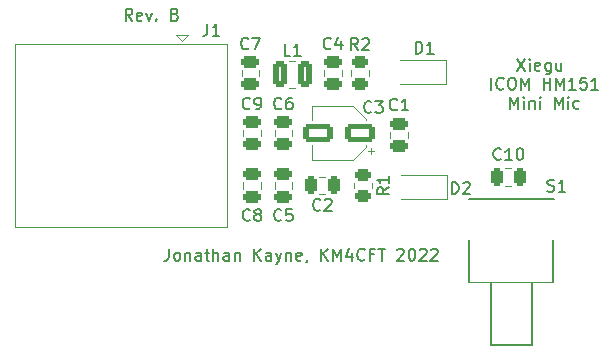
<source format=gto>
G04 #@! TF.GenerationSoftware,KiCad,Pcbnew,6.0.9-8da3e8f707~116~ubuntu22.04.1*
G04 #@! TF.CreationDate,2022-11-15T22:26:04-07:00*
G04 #@! TF.ProjectId,Xiegu MiniMic,58696567-7520-44d6-996e-694d69632e6b,rev?*
G04 #@! TF.SameCoordinates,PX41672a0PY54efc64*
G04 #@! TF.FileFunction,Legend,Top*
G04 #@! TF.FilePolarity,Positive*
%FSLAX46Y46*%
G04 Gerber Fmt 4.6, Leading zero omitted, Abs format (unit mm)*
G04 Created by KiCad (PCBNEW 6.0.9-8da3e8f707~116~ubuntu22.04.1) date 2022-11-15 22:26:04*
%MOMM*%
%LPD*%
G01*
G04 APERTURE LIST*
G04 Aperture macros list*
%AMRoundRect*
0 Rectangle with rounded corners*
0 $1 Rounding radius*
0 $2 $3 $4 $5 $6 $7 $8 $9 X,Y pos of 4 corners*
0 Add a 4 corners polygon primitive as box body*
4,1,4,$2,$3,$4,$5,$6,$7,$8,$9,$2,$3,0*
0 Add four circle primitives for the rounded corners*
1,1,$1+$1,$2,$3*
1,1,$1+$1,$4,$5*
1,1,$1+$1,$6,$7*
1,1,$1+$1,$8,$9*
0 Add four rect primitives between the rounded corners*
20,1,$1+$1,$2,$3,$4,$5,0*
20,1,$1+$1,$4,$5,$6,$7,0*
20,1,$1+$1,$6,$7,$8,$9,0*
20,1,$1+$1,$8,$9,$2,$3,0*%
G04 Aperture macros list end*
%ADD10C,0.150000*%
%ADD11C,0.120000*%
%ADD12C,0.127000*%
%ADD13RoundRect,0.250000X-0.375000X-0.850000X0.375000X-0.850000X0.375000X0.850000X-0.375000X0.850000X0*%
%ADD14RoundRect,0.250000X-0.475000X0.250000X-0.475000X-0.250000X0.475000X-0.250000X0.475000X0.250000X0*%
%ADD15RoundRect,0.250000X0.450000X-0.262500X0.450000X0.262500X-0.450000X0.262500X-0.450000X-0.262500X0*%
%ADD16RoundRect,0.250000X0.250000X0.475000X-0.250000X0.475000X-0.250000X-0.475000X0.250000X-0.475000X0*%
%ADD17RoundRect,0.250000X0.475000X-0.250000X0.475000X0.250000X-0.475000X0.250000X-0.475000X-0.250000X0*%
%ADD18C,1.498000*%
%ADD19C,1.950000*%
%ADD20C,4.400000*%
%ADD21RoundRect,0.250000X-0.250000X-0.475000X0.250000X-0.475000X0.250000X0.475000X-0.250000X0.475000X0*%
%ADD22C,3.200000*%
%ADD23R,1.500000X1.500000*%
%ADD24C,1.500000*%
%ADD25R,0.900000X1.200000*%
%ADD26RoundRect,0.250000X1.050000X0.550000X-1.050000X0.550000X-1.050000X-0.550000X1.050000X-0.550000X0*%
%ADD27C,1.300000*%
G04 APERTURE END LIST*
D10*
X8540952Y22407620D02*
X8207619Y22883810D01*
X7969523Y22407620D02*
X7969523Y23407620D01*
X8350476Y23407620D01*
X8445714Y23360000D01*
X8493333Y23312381D01*
X8540952Y23217143D01*
X8540952Y23074286D01*
X8493333Y22979048D01*
X8445714Y22931429D01*
X8350476Y22883810D01*
X7969523Y22883810D01*
X9350476Y22455239D02*
X9255238Y22407620D01*
X9064761Y22407620D01*
X8969523Y22455239D01*
X8921904Y22550477D01*
X8921904Y22931429D01*
X8969523Y23026667D01*
X9064761Y23074286D01*
X9255238Y23074286D01*
X9350476Y23026667D01*
X9398095Y22931429D01*
X9398095Y22836191D01*
X8921904Y22740953D01*
X9731428Y23074286D02*
X9969523Y22407620D01*
X10207619Y23074286D01*
X10588571Y22502858D02*
X10636190Y22455239D01*
X10588571Y22407620D01*
X10540952Y22455239D01*
X10588571Y22502858D01*
X10588571Y22407620D01*
X12160000Y22931429D02*
X12302857Y22883810D01*
X12350476Y22836191D01*
X12398095Y22740953D01*
X12398095Y22598096D01*
X12350476Y22502858D01*
X12302857Y22455239D01*
X12207619Y22407620D01*
X11826666Y22407620D01*
X11826666Y23407620D01*
X12160000Y23407620D01*
X12255238Y23360000D01*
X12302857Y23312381D01*
X12350476Y23217143D01*
X12350476Y23121905D01*
X12302857Y23026667D01*
X12255238Y22979048D01*
X12160000Y22931429D01*
X11826666Y22931429D01*
X41148285Y19175620D02*
X41814952Y18175620D01*
X41814952Y19175620D02*
X41148285Y18175620D01*
X42195904Y18175620D02*
X42195904Y18842286D01*
X42195904Y19175620D02*
X42148285Y19128000D01*
X42195904Y19080381D01*
X42243523Y19128000D01*
X42195904Y19175620D01*
X42195904Y19080381D01*
X43053047Y18223239D02*
X42957809Y18175620D01*
X42767333Y18175620D01*
X42672095Y18223239D01*
X42624476Y18318477D01*
X42624476Y18699429D01*
X42672095Y18794667D01*
X42767333Y18842286D01*
X42957809Y18842286D01*
X43053047Y18794667D01*
X43100666Y18699429D01*
X43100666Y18604191D01*
X42624476Y18508953D01*
X43957809Y18842286D02*
X43957809Y18032762D01*
X43910190Y17937524D01*
X43862571Y17889905D01*
X43767333Y17842286D01*
X43624476Y17842286D01*
X43529238Y17889905D01*
X43957809Y18223239D02*
X43862571Y18175620D01*
X43672095Y18175620D01*
X43576857Y18223239D01*
X43529238Y18270858D01*
X43481619Y18366096D01*
X43481619Y18651810D01*
X43529238Y18747048D01*
X43576857Y18794667D01*
X43672095Y18842286D01*
X43862571Y18842286D01*
X43957809Y18794667D01*
X44862571Y18842286D02*
X44862571Y18175620D01*
X44434000Y18842286D02*
X44434000Y18318477D01*
X44481619Y18223239D01*
X44576857Y18175620D01*
X44719714Y18175620D01*
X44814952Y18223239D01*
X44862571Y18270858D01*
X38934000Y16565620D02*
X38934000Y17565620D01*
X39981619Y16660858D02*
X39934000Y16613239D01*
X39791142Y16565620D01*
X39695904Y16565620D01*
X39553047Y16613239D01*
X39457809Y16708477D01*
X39410190Y16803715D01*
X39362571Y16994191D01*
X39362571Y17137048D01*
X39410190Y17327524D01*
X39457809Y17422762D01*
X39553047Y17518000D01*
X39695904Y17565620D01*
X39791142Y17565620D01*
X39934000Y17518000D01*
X39981619Y17470381D01*
X40600666Y17565620D02*
X40791142Y17565620D01*
X40886380Y17518000D01*
X40981619Y17422762D01*
X41029238Y17232286D01*
X41029238Y16898953D01*
X40981619Y16708477D01*
X40886380Y16613239D01*
X40791142Y16565620D01*
X40600666Y16565620D01*
X40505428Y16613239D01*
X40410190Y16708477D01*
X40362571Y16898953D01*
X40362571Y17232286D01*
X40410190Y17422762D01*
X40505428Y17518000D01*
X40600666Y17565620D01*
X41457809Y16565620D02*
X41457809Y17565620D01*
X41791142Y16851334D01*
X42124476Y17565620D01*
X42124476Y16565620D01*
X43362571Y16565620D02*
X43362571Y17565620D01*
X43362571Y17089429D02*
X43934000Y17089429D01*
X43934000Y16565620D02*
X43934000Y17565620D01*
X44410190Y16565620D02*
X44410190Y17565620D01*
X44743523Y16851334D01*
X45076857Y17565620D01*
X45076857Y16565620D01*
X46076857Y16565620D02*
X45505428Y16565620D01*
X45791142Y16565620D02*
X45791142Y17565620D01*
X45695904Y17422762D01*
X45600666Y17327524D01*
X45505428Y17279905D01*
X46981619Y17565620D02*
X46505428Y17565620D01*
X46457809Y17089429D01*
X46505428Y17137048D01*
X46600666Y17184667D01*
X46838761Y17184667D01*
X46934000Y17137048D01*
X46981619Y17089429D01*
X47029238Y16994191D01*
X47029238Y16756096D01*
X46981619Y16660858D01*
X46934000Y16613239D01*
X46838761Y16565620D01*
X46600666Y16565620D01*
X46505428Y16613239D01*
X46457809Y16660858D01*
X47981619Y16565620D02*
X47410190Y16565620D01*
X47695904Y16565620D02*
X47695904Y17565620D01*
X47600666Y17422762D01*
X47505428Y17327524D01*
X47410190Y17279905D01*
X40553047Y14955620D02*
X40553047Y15955620D01*
X40886380Y15241334D01*
X41219714Y15955620D01*
X41219714Y14955620D01*
X41695904Y14955620D02*
X41695904Y15622286D01*
X41695904Y15955620D02*
X41648285Y15908000D01*
X41695904Y15860381D01*
X41743523Y15908000D01*
X41695904Y15955620D01*
X41695904Y15860381D01*
X42172095Y15622286D02*
X42172095Y14955620D01*
X42172095Y15527048D02*
X42219714Y15574667D01*
X42314952Y15622286D01*
X42457809Y15622286D01*
X42553047Y15574667D01*
X42600666Y15479429D01*
X42600666Y14955620D01*
X43076857Y14955620D02*
X43076857Y15622286D01*
X43076857Y15955620D02*
X43029238Y15908000D01*
X43076857Y15860381D01*
X43124476Y15908000D01*
X43076857Y15955620D01*
X43076857Y15860381D01*
X44314952Y14955620D02*
X44314952Y15955620D01*
X44648285Y15241334D01*
X44981619Y15955620D01*
X44981619Y14955620D01*
X45457809Y14955620D02*
X45457809Y15622286D01*
X45457809Y15955620D02*
X45410190Y15908000D01*
X45457809Y15860381D01*
X45505428Y15908000D01*
X45457809Y15955620D01*
X45457809Y15860381D01*
X46362571Y15003239D02*
X46267333Y14955620D01*
X46076857Y14955620D01*
X45981619Y15003239D01*
X45934000Y15050858D01*
X45886380Y15146096D01*
X45886380Y15431810D01*
X45934000Y15527048D01*
X45981619Y15574667D01*
X46076857Y15622286D01*
X46267333Y15622286D01*
X46362571Y15574667D01*
X11645714Y3087620D02*
X11645714Y2373334D01*
X11598095Y2230477D01*
X11502857Y2135239D01*
X11360000Y2087620D01*
X11264761Y2087620D01*
X12264761Y2087620D02*
X12169523Y2135239D01*
X12121904Y2182858D01*
X12074285Y2278096D01*
X12074285Y2563810D01*
X12121904Y2659048D01*
X12169523Y2706667D01*
X12264761Y2754286D01*
X12407619Y2754286D01*
X12502857Y2706667D01*
X12550476Y2659048D01*
X12598095Y2563810D01*
X12598095Y2278096D01*
X12550476Y2182858D01*
X12502857Y2135239D01*
X12407619Y2087620D01*
X12264761Y2087620D01*
X13026666Y2754286D02*
X13026666Y2087620D01*
X13026666Y2659048D02*
X13074285Y2706667D01*
X13169523Y2754286D01*
X13312380Y2754286D01*
X13407619Y2706667D01*
X13455238Y2611429D01*
X13455238Y2087620D01*
X14360000Y2087620D02*
X14360000Y2611429D01*
X14312380Y2706667D01*
X14217142Y2754286D01*
X14026666Y2754286D01*
X13931428Y2706667D01*
X14360000Y2135239D02*
X14264761Y2087620D01*
X14026666Y2087620D01*
X13931428Y2135239D01*
X13883809Y2230477D01*
X13883809Y2325715D01*
X13931428Y2420953D01*
X14026666Y2468572D01*
X14264761Y2468572D01*
X14360000Y2516191D01*
X14693333Y2754286D02*
X15074285Y2754286D01*
X14836190Y3087620D02*
X14836190Y2230477D01*
X14883809Y2135239D01*
X14979047Y2087620D01*
X15074285Y2087620D01*
X15407619Y2087620D02*
X15407619Y3087620D01*
X15836190Y2087620D02*
X15836190Y2611429D01*
X15788571Y2706667D01*
X15693333Y2754286D01*
X15550476Y2754286D01*
X15455238Y2706667D01*
X15407619Y2659048D01*
X16740952Y2087620D02*
X16740952Y2611429D01*
X16693333Y2706667D01*
X16598095Y2754286D01*
X16407619Y2754286D01*
X16312380Y2706667D01*
X16740952Y2135239D02*
X16645714Y2087620D01*
X16407619Y2087620D01*
X16312380Y2135239D01*
X16264761Y2230477D01*
X16264761Y2325715D01*
X16312380Y2420953D01*
X16407619Y2468572D01*
X16645714Y2468572D01*
X16740952Y2516191D01*
X17217142Y2754286D02*
X17217142Y2087620D01*
X17217142Y2659048D02*
X17264761Y2706667D01*
X17360000Y2754286D01*
X17502857Y2754286D01*
X17598095Y2706667D01*
X17645714Y2611429D01*
X17645714Y2087620D01*
X18883809Y2087620D02*
X18883809Y3087620D01*
X19455238Y2087620D02*
X19026666Y2659048D01*
X19455238Y3087620D02*
X18883809Y2516191D01*
X20312380Y2087620D02*
X20312380Y2611429D01*
X20264761Y2706667D01*
X20169523Y2754286D01*
X19979047Y2754286D01*
X19883809Y2706667D01*
X20312380Y2135239D02*
X20217142Y2087620D01*
X19979047Y2087620D01*
X19883809Y2135239D01*
X19836190Y2230477D01*
X19836190Y2325715D01*
X19883809Y2420953D01*
X19979047Y2468572D01*
X20217142Y2468572D01*
X20312380Y2516191D01*
X20693333Y2754286D02*
X20931428Y2087620D01*
X21169523Y2754286D02*
X20931428Y2087620D01*
X20836190Y1849524D01*
X20788571Y1801905D01*
X20693333Y1754286D01*
X21550476Y2754286D02*
X21550476Y2087620D01*
X21550476Y2659048D02*
X21598095Y2706667D01*
X21693333Y2754286D01*
X21836190Y2754286D01*
X21931428Y2706667D01*
X21979047Y2611429D01*
X21979047Y2087620D01*
X22836190Y2135239D02*
X22740952Y2087620D01*
X22550476Y2087620D01*
X22455238Y2135239D01*
X22407619Y2230477D01*
X22407619Y2611429D01*
X22455238Y2706667D01*
X22550476Y2754286D01*
X22740952Y2754286D01*
X22836190Y2706667D01*
X22883809Y2611429D01*
X22883809Y2516191D01*
X22407619Y2420953D01*
X23360000Y2135239D02*
X23360000Y2087620D01*
X23312380Y1992381D01*
X23264761Y1944762D01*
X24550476Y2087620D02*
X24550476Y3087620D01*
X25121904Y2087620D02*
X24693333Y2659048D01*
X25121904Y3087620D02*
X24550476Y2516191D01*
X25550476Y2087620D02*
X25550476Y3087620D01*
X25883809Y2373334D01*
X26217142Y3087620D01*
X26217142Y2087620D01*
X27121904Y2754286D02*
X27121904Y2087620D01*
X26883809Y3135239D02*
X26645714Y2420953D01*
X27264761Y2420953D01*
X28217142Y2182858D02*
X28169523Y2135239D01*
X28026666Y2087620D01*
X27931428Y2087620D01*
X27788571Y2135239D01*
X27693333Y2230477D01*
X27645714Y2325715D01*
X27598095Y2516191D01*
X27598095Y2659048D01*
X27645714Y2849524D01*
X27693333Y2944762D01*
X27788571Y3040000D01*
X27931428Y3087620D01*
X28026666Y3087620D01*
X28169523Y3040000D01*
X28217142Y2992381D01*
X28979047Y2611429D02*
X28645714Y2611429D01*
X28645714Y2087620D02*
X28645714Y3087620D01*
X29121904Y3087620D01*
X29360000Y3087620D02*
X29931428Y3087620D01*
X29645714Y2087620D02*
X29645714Y3087620D01*
X30979047Y2992381D02*
X31026666Y3040000D01*
X31121904Y3087620D01*
X31360000Y3087620D01*
X31455238Y3040000D01*
X31502857Y2992381D01*
X31550476Y2897143D01*
X31550476Y2801905D01*
X31502857Y2659048D01*
X30931428Y2087620D01*
X31550476Y2087620D01*
X32169523Y3087620D02*
X32264761Y3087620D01*
X32360000Y3040000D01*
X32407619Y2992381D01*
X32455238Y2897143D01*
X32502857Y2706667D01*
X32502857Y2468572D01*
X32455238Y2278096D01*
X32407619Y2182858D01*
X32360000Y2135239D01*
X32264761Y2087620D01*
X32169523Y2087620D01*
X32074285Y2135239D01*
X32026666Y2182858D01*
X31979047Y2278096D01*
X31931428Y2468572D01*
X31931428Y2706667D01*
X31979047Y2897143D01*
X32026666Y2992381D01*
X32074285Y3040000D01*
X32169523Y3087620D01*
X32883809Y2992381D02*
X32931428Y3040000D01*
X33026666Y3087620D01*
X33264761Y3087620D01*
X33360000Y3040000D01*
X33407619Y2992381D01*
X33455238Y2897143D01*
X33455238Y2801905D01*
X33407619Y2659048D01*
X32836190Y2087620D01*
X33455238Y2087620D01*
X33836190Y2992381D02*
X33883809Y3040000D01*
X33979047Y3087620D01*
X34217142Y3087620D01*
X34312380Y3040000D01*
X34359999Y2992381D01*
X34407619Y2897143D01*
X34407619Y2801905D01*
X34359999Y2659048D01*
X33788571Y2087620D01*
X34407619Y2087620D01*
X21931333Y19438520D02*
X21455142Y19438520D01*
X21455142Y20438520D01*
X22788476Y19438520D02*
X22217047Y19438520D01*
X22502761Y19438520D02*
X22502761Y20438520D01*
X22407523Y20295662D01*
X22312285Y20200424D01*
X22217047Y20152805D01*
X25360333Y20060758D02*
X25312714Y20013139D01*
X25169857Y19965520D01*
X25074619Y19965520D01*
X24931761Y20013139D01*
X24836523Y20108377D01*
X24788904Y20203615D01*
X24741285Y20394091D01*
X24741285Y20536948D01*
X24788904Y20727424D01*
X24836523Y20822662D01*
X24931761Y20917900D01*
X25074619Y20965520D01*
X25169857Y20965520D01*
X25312714Y20917900D01*
X25360333Y20870281D01*
X26217476Y20632186D02*
X26217476Y19965520D01*
X25979380Y21013139D02*
X25741285Y20298853D01*
X26360333Y20298853D01*
X27646333Y19928020D02*
X27313000Y20404210D01*
X27074904Y19928020D02*
X27074904Y20928020D01*
X27455857Y20928020D01*
X27551095Y20880400D01*
X27598714Y20832781D01*
X27646333Y20737543D01*
X27646333Y20594686D01*
X27598714Y20499448D01*
X27551095Y20451829D01*
X27455857Y20404210D01*
X27074904Y20404210D01*
X28027285Y20832781D02*
X28074904Y20880400D01*
X28170142Y20928020D01*
X28408238Y20928020D01*
X28503476Y20880400D01*
X28551095Y20832781D01*
X28598714Y20737543D01*
X28598714Y20642305D01*
X28551095Y20499448D01*
X27979666Y19928020D01*
X28598714Y19928020D01*
X24471333Y6405758D02*
X24423714Y6358139D01*
X24280857Y6310520D01*
X24185619Y6310520D01*
X24042761Y6358139D01*
X23947523Y6453377D01*
X23899904Y6548615D01*
X23852285Y6739091D01*
X23852285Y6881948D01*
X23899904Y7072424D01*
X23947523Y7167662D01*
X24042761Y7262900D01*
X24185619Y7310520D01*
X24280857Y7310520D01*
X24423714Y7262900D01*
X24471333Y7215281D01*
X24852285Y7215281D02*
X24899904Y7262900D01*
X24995142Y7310520D01*
X25233238Y7310520D01*
X25328476Y7262900D01*
X25376095Y7215281D01*
X25423714Y7120043D01*
X25423714Y7024805D01*
X25376095Y6881948D01*
X24804666Y6310520D01*
X25423714Y6310520D01*
X21169333Y5535758D02*
X21121714Y5488139D01*
X20978857Y5440520D01*
X20883619Y5440520D01*
X20740761Y5488139D01*
X20645523Y5583377D01*
X20597904Y5678615D01*
X20550285Y5869091D01*
X20550285Y6011948D01*
X20597904Y6202424D01*
X20645523Y6297662D01*
X20740761Y6392900D01*
X20883619Y6440520D01*
X20978857Y6440520D01*
X21121714Y6392900D01*
X21169333Y6345281D01*
X22074095Y6440520D02*
X21597904Y6440520D01*
X21550285Y5964329D01*
X21597904Y6011948D01*
X21693142Y6059567D01*
X21931238Y6059567D01*
X22026476Y6011948D01*
X22074095Y5964329D01*
X22121714Y5869091D01*
X22121714Y5630996D01*
X22074095Y5535758D01*
X22026476Y5488139D01*
X21931238Y5440520D01*
X21693142Y5440520D01*
X21597904Y5488139D01*
X21550285Y5535758D01*
X30965333Y14892858D02*
X30917714Y14845239D01*
X30774857Y14797620D01*
X30679619Y14797620D01*
X30536761Y14845239D01*
X30441523Y14940477D01*
X30393904Y15035715D01*
X30346285Y15226191D01*
X30346285Y15369048D01*
X30393904Y15559524D01*
X30441523Y15654762D01*
X30536761Y15750000D01*
X30679619Y15797620D01*
X30774857Y15797620D01*
X30917714Y15750000D01*
X30965333Y15702381D01*
X31917714Y14797620D02*
X31346285Y14797620D01*
X31632000Y14797620D02*
X31632000Y15797620D01*
X31536761Y15654762D01*
X31441523Y15559524D01*
X31346285Y15511905D01*
X18502333Y5535758D02*
X18454714Y5488139D01*
X18311857Y5440520D01*
X18216619Y5440520D01*
X18073761Y5488139D01*
X17978523Y5583377D01*
X17930904Y5678615D01*
X17883285Y5869091D01*
X17883285Y6011948D01*
X17930904Y6202424D01*
X17978523Y6297662D01*
X18073761Y6392900D01*
X18216619Y6440520D01*
X18311857Y6440520D01*
X18454714Y6392900D01*
X18502333Y6345281D01*
X19073761Y6011948D02*
X18978523Y6059567D01*
X18930904Y6107186D01*
X18883285Y6202424D01*
X18883285Y6250043D01*
X18930904Y6345281D01*
X18978523Y6392900D01*
X19073761Y6440520D01*
X19264238Y6440520D01*
X19359476Y6392900D01*
X19407095Y6345281D01*
X19454714Y6250043D01*
X19454714Y6202424D01*
X19407095Y6107186D01*
X19359476Y6059567D01*
X19264238Y6011948D01*
X19073761Y6011948D01*
X18978523Y5964329D01*
X18930904Y5916710D01*
X18883285Y5821472D01*
X18883285Y5630996D01*
X18930904Y5535758D01*
X18978523Y5488139D01*
X19073761Y5440520D01*
X19264238Y5440520D01*
X19359476Y5488139D01*
X19407095Y5535758D01*
X19454714Y5630996D01*
X19454714Y5821472D01*
X19407095Y5916710D01*
X19359476Y5964329D01*
X19264238Y6011948D01*
X18375333Y20060758D02*
X18327714Y20013139D01*
X18184857Y19965520D01*
X18089619Y19965520D01*
X17946761Y20013139D01*
X17851523Y20108377D01*
X17803904Y20203615D01*
X17756285Y20394091D01*
X17756285Y20536948D01*
X17803904Y20727424D01*
X17851523Y20822662D01*
X17946761Y20917900D01*
X18089619Y20965520D01*
X18184857Y20965520D01*
X18327714Y20917900D01*
X18375333Y20870281D01*
X18708666Y20965520D02*
X19375333Y20965520D01*
X18946761Y19965520D01*
X43686805Y7976553D02*
X43829904Y7928854D01*
X44068402Y7928854D01*
X44163802Y7976553D01*
X44211501Y8024253D01*
X44259201Y8119652D01*
X44259201Y8215052D01*
X44211501Y8310451D01*
X44163802Y8358151D01*
X44068402Y8405850D01*
X43877604Y8453550D01*
X43782204Y8501250D01*
X43734505Y8548949D01*
X43686805Y8644349D01*
X43686805Y8739748D01*
X43734505Y8835147D01*
X43782204Y8882847D01*
X43877604Y8930547D01*
X44116102Y8930547D01*
X44259201Y8882847D01*
X45213194Y7928854D02*
X44640798Y7928854D01*
X44926996Y7928854D02*
X44926996Y8930547D01*
X44831597Y8787448D01*
X44736198Y8692048D01*
X44640798Y8644349D01*
X39743142Y10691858D02*
X39695523Y10644239D01*
X39552666Y10596620D01*
X39457428Y10596620D01*
X39314571Y10644239D01*
X39219333Y10739477D01*
X39171714Y10834715D01*
X39124095Y11025191D01*
X39124095Y11168048D01*
X39171714Y11358524D01*
X39219333Y11453762D01*
X39314571Y11549000D01*
X39457428Y11596620D01*
X39552666Y11596620D01*
X39695523Y11549000D01*
X39743142Y11501381D01*
X40695523Y10596620D02*
X40124095Y10596620D01*
X40409809Y10596620D02*
X40409809Y11596620D01*
X40314571Y11453762D01*
X40219333Y11358524D01*
X40124095Y11310905D01*
X41314571Y11596620D02*
X41409809Y11596620D01*
X41505047Y11549000D01*
X41552666Y11501381D01*
X41600285Y11406143D01*
X41647904Y11215667D01*
X41647904Y10977572D01*
X41600285Y10787096D01*
X41552666Y10691858D01*
X41505047Y10644239D01*
X41409809Y10596620D01*
X41314571Y10596620D01*
X41219333Y10644239D01*
X41171714Y10691858D01*
X41124095Y10787096D01*
X41076476Y10977572D01*
X41076476Y11215667D01*
X41124095Y11406143D01*
X41171714Y11501381D01*
X41219333Y11549000D01*
X41314571Y11596620D01*
X18502333Y14980758D02*
X18454714Y14933139D01*
X18311857Y14885520D01*
X18216619Y14885520D01*
X18073761Y14933139D01*
X17978523Y15028377D01*
X17930904Y15123615D01*
X17883285Y15314091D01*
X17883285Y15456948D01*
X17930904Y15647424D01*
X17978523Y15742662D01*
X18073761Y15837900D01*
X18216619Y15885520D01*
X18311857Y15885520D01*
X18454714Y15837900D01*
X18502333Y15790281D01*
X18978523Y14885520D02*
X19169000Y14885520D01*
X19264238Y14933139D01*
X19311857Y14980758D01*
X19407095Y15123615D01*
X19454714Y15314091D01*
X19454714Y15695043D01*
X19407095Y15790281D01*
X19359476Y15837900D01*
X19264238Y15885520D01*
X19073761Y15885520D01*
X18978523Y15837900D01*
X18930904Y15790281D01*
X18883285Y15695043D01*
X18883285Y15456948D01*
X18930904Y15361710D01*
X18978523Y15314091D01*
X19073761Y15266472D01*
X19264238Y15266472D01*
X19359476Y15314091D01*
X19407095Y15361710D01*
X19454714Y15456948D01*
X14906666Y22137620D02*
X14906666Y21423334D01*
X14859047Y21280477D01*
X14763809Y21185239D01*
X14620952Y21137620D01*
X14525714Y21137620D01*
X15906666Y21137620D02*
X15335238Y21137620D01*
X15620952Y21137620D02*
X15620952Y22137620D01*
X15525714Y21994762D01*
X15430476Y21899524D01*
X15335238Y21851905D01*
X32535904Y19613620D02*
X32535904Y20613620D01*
X32774000Y20613620D01*
X32916857Y20566000D01*
X33012095Y20470762D01*
X33059714Y20375524D01*
X33107333Y20185048D01*
X33107333Y20042191D01*
X33059714Y19851715D01*
X33012095Y19756477D01*
X32916857Y19661239D01*
X32774000Y19613620D01*
X32535904Y19613620D01*
X34059714Y19613620D02*
X33488285Y19613620D01*
X33774000Y19613620D02*
X33774000Y20613620D01*
X33678761Y20470762D01*
X33583523Y20375524D01*
X33488285Y20327905D01*
X21169333Y14980758D02*
X21121714Y14933139D01*
X20978857Y14885520D01*
X20883619Y14885520D01*
X20740761Y14933139D01*
X20645523Y15028377D01*
X20597904Y15123615D01*
X20550285Y15314091D01*
X20550285Y15456948D01*
X20597904Y15647424D01*
X20645523Y15742662D01*
X20740761Y15837900D01*
X20883619Y15885520D01*
X20978857Y15885520D01*
X21121714Y15837900D01*
X21169333Y15790281D01*
X22026476Y15885520D02*
X21836000Y15885520D01*
X21740761Y15837900D01*
X21693142Y15790281D01*
X21597904Y15647424D01*
X21550285Y15456948D01*
X21550285Y15075996D01*
X21597904Y14980758D01*
X21645523Y14933139D01*
X21740761Y14885520D01*
X21931238Y14885520D01*
X22026476Y14933139D01*
X22074095Y14980758D01*
X22121714Y15075996D01*
X22121714Y15314091D01*
X22074095Y15409329D01*
X22026476Y15456948D01*
X21931238Y15504567D01*
X21740761Y15504567D01*
X21645523Y15456948D01*
X21597904Y15409329D01*
X21550285Y15314091D01*
X30269380Y8276234D02*
X29793190Y7942900D01*
X30269380Y7704805D02*
X29269380Y7704805D01*
X29269380Y8085758D01*
X29317000Y8180996D01*
X29364619Y8228615D01*
X29459857Y8276234D01*
X29602714Y8276234D01*
X29697952Y8228615D01*
X29745571Y8180996D01*
X29793190Y8085758D01*
X29793190Y7704805D01*
X30269380Y9228615D02*
X30269380Y8657186D01*
X30269380Y8942900D02*
X29269380Y8942900D01*
X29412238Y8847662D01*
X29507476Y8752424D01*
X29555095Y8657186D01*
X35600904Y7736520D02*
X35600904Y8736520D01*
X35839000Y8736520D01*
X35981857Y8688900D01*
X36077095Y8593662D01*
X36124714Y8498424D01*
X36172333Y8307948D01*
X36172333Y8165091D01*
X36124714Y7974615D01*
X36077095Y7879377D01*
X35981857Y7784139D01*
X35839000Y7736520D01*
X35600904Y7736520D01*
X36553285Y8641281D02*
X36600904Y8688900D01*
X36696142Y8736520D01*
X36934238Y8736520D01*
X37029476Y8688900D01*
X37077095Y8641281D01*
X37124714Y8546043D01*
X37124714Y8450805D01*
X37077095Y8307948D01*
X36505666Y7736520D01*
X37124714Y7736520D01*
X28789333Y14689758D02*
X28741714Y14642139D01*
X28598857Y14594520D01*
X28503619Y14594520D01*
X28360761Y14642139D01*
X28265523Y14737377D01*
X28217904Y14832615D01*
X28170285Y15023091D01*
X28170285Y15165948D01*
X28217904Y15356424D01*
X28265523Y15451662D01*
X28360761Y15546900D01*
X28503619Y15594520D01*
X28598857Y15594520D01*
X28741714Y15546900D01*
X28789333Y15499281D01*
X29122666Y15594520D02*
X29741714Y15594520D01*
X29408380Y15213567D01*
X29551238Y15213567D01*
X29646476Y15165948D01*
X29694095Y15118329D01*
X29741714Y15023091D01*
X29741714Y14784996D01*
X29694095Y14689758D01*
X29646476Y14642139D01*
X29551238Y14594520D01*
X29265523Y14594520D01*
X29170285Y14642139D01*
X29122666Y14689758D01*
D11*
X21836748Y16730900D02*
X22359252Y16730900D01*
X21836748Y18950900D02*
X22359252Y18950900D01*
X24792000Y18229152D02*
X24792000Y17706648D01*
X26262000Y18229152D02*
X26262000Y17706648D01*
X27078000Y17740836D02*
X27078000Y18194964D01*
X28548000Y17740836D02*
X28548000Y18194964D01*
X24899252Y7707900D02*
X24376748Y7707900D01*
X24899252Y9177900D02*
X24376748Y9177900D01*
X20601000Y8704152D02*
X20601000Y8181648D01*
X22071000Y8704152D02*
X22071000Y8181648D01*
X31867000Y12438748D02*
X31867000Y12961252D01*
X30397000Y12438748D02*
X30397000Y12961252D01*
X17934000Y8704152D02*
X17934000Y8181648D01*
X19404000Y8704152D02*
X19404000Y8181648D01*
X17807000Y18229152D02*
X17807000Y17706648D01*
X19277000Y18229152D02*
X19277000Y17706648D01*
D12*
X38885000Y302000D02*
X38885000Y-5048000D01*
X44195000Y3802000D02*
X44195000Y302000D01*
X42395000Y-5048000D02*
X42395000Y302000D01*
X37085000Y302000D02*
X37085000Y3787000D01*
X38885000Y-5048000D02*
X42395000Y-5048000D01*
X37060000Y7312000D02*
X44220000Y7312000D01*
D11*
X44195000Y302000D02*
X37085000Y302000D01*
X40124748Y9879000D02*
X40647252Y9879000D01*
X40124748Y8409000D02*
X40647252Y8409000D01*
X19404000Y13149152D02*
X19404000Y12626648D01*
X17934000Y13149152D02*
X17934000Y12626648D01*
X-1360000Y20460000D02*
X-1360000Y4940000D01*
X12220000Y21145000D02*
X12720000Y20645000D01*
X16600000Y4940000D02*
X16600000Y20460000D01*
X13220000Y21145000D02*
X12220000Y21145000D01*
X16600000Y20460000D02*
X-1360000Y20460000D01*
X16600000Y4940000D02*
X-1360000Y4940000D01*
X12720000Y20645000D02*
X13220000Y21145000D01*
X35144000Y17034000D02*
X31244000Y17034000D01*
X35144000Y17034000D02*
X35144000Y19034000D01*
X35144000Y19034000D02*
X31244000Y19034000D01*
X20601000Y13149152D02*
X20601000Y12626648D01*
X22071000Y13149152D02*
X22071000Y12626648D01*
X27332000Y8215836D02*
X27332000Y8669964D01*
X28802000Y8215836D02*
X28802000Y8669964D01*
X35160000Y9315900D02*
X31260000Y9315900D01*
X35160000Y7315900D02*
X35160000Y9315900D01*
X35160000Y7315900D02*
X31260000Y7315900D01*
X28295000Y11692337D02*
X27230563Y10627900D01*
X29035000Y11327900D02*
X28535000Y11327900D01*
X27230563Y15147900D02*
X23775000Y15147900D01*
X28295000Y14083463D02*
X28295000Y13947900D01*
X28295000Y11692337D02*
X28295000Y11827900D01*
X23775000Y10627900D02*
X23775000Y11827900D01*
X23775000Y15147900D02*
X23775000Y13947900D01*
X27230563Y10627900D02*
X23775000Y10627900D01*
X28785000Y11077900D02*
X28785000Y11577900D01*
X28295000Y14083463D02*
X27230563Y15147900D01*
%LPC*%
D13*
X21023000Y17840900D03*
X23173000Y17840900D03*
D14*
X25527000Y18917900D03*
X25527000Y17017900D03*
D15*
X27813000Y17055400D03*
X27813000Y18880400D03*
D16*
X25588000Y8442900D03*
X23688000Y8442900D03*
D14*
X21336000Y9392900D03*
X21336000Y7492900D03*
D17*
X31132000Y11750000D03*
X31132000Y13650000D03*
D14*
X18669000Y9392900D03*
X18669000Y7492900D03*
X18542000Y18917900D03*
X18542000Y17017900D03*
D18*
X38390000Y3302000D03*
X42890000Y3302000D03*
D19*
X37135000Y5792000D03*
X44145000Y5792000D03*
D20*
X48260000Y2540000D03*
D21*
X39436000Y9144000D03*
X41336000Y9144000D03*
D14*
X18669000Y13837900D03*
X18669000Y11937900D03*
D22*
X6370000Y6985000D03*
X6370000Y18415000D03*
D23*
X12720000Y17145000D03*
D24*
X15260000Y15875000D03*
X12720000Y14605000D03*
X15260000Y13335000D03*
X12720000Y12065000D03*
X15260000Y10795000D03*
X12720000Y9525000D03*
X15260000Y8255000D03*
D25*
X34544000Y18034000D03*
X31244000Y18034000D03*
D20*
X2540000Y2540000D03*
D14*
X21336000Y13837900D03*
X21336000Y11937900D03*
D20*
X48260000Y22860000D03*
D15*
X28067000Y7530400D03*
X28067000Y9355400D03*
D25*
X34560000Y8315900D03*
X31260000Y8315900D03*
D26*
X27835000Y12887900D03*
X24235000Y12887900D03*
D20*
X2540000Y22860000D03*
D27*
X34660000Y11750000D03*
X34660000Y13650000D03*
M02*

</source>
